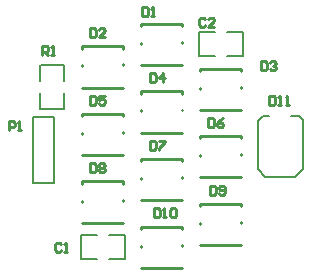
<source format=gto>
G04*
G04 #@! TF.GenerationSoftware,Altium Limited,Altium Designer,22.0.2 (36)*
G04*
G04 Layer_Color=65535*
%FSLAX25Y25*%
%MOIN*%
G70*
G04*
G04 #@! TF.SameCoordinates,235F0B19-5DBD-43E0-B588-C37A1AF42077*
G04*
G04*
G04 #@! TF.FilePolarity,Positive*
G04*
G01*
G75*
%ADD10C,0.00787*%
%ADD11C,0.01000*%
D10*
X-42913Y-12638D02*
X-35827D01*
Y9449D01*
X-42913D02*
X-35827D01*
X-42913Y-12638D02*
Y9449D01*
X43031Y9843D02*
X45535D01*
X43031D02*
X45535D01*
X46870Y8507D01*
Y-8000D02*
Y8507D01*
X44370Y-10500D02*
X46870Y-8000D01*
X34370Y-10500D02*
X44370D01*
X31870Y-8000D02*
X34370Y-10500D01*
X31870Y-8000D02*
Y8000D01*
X33713Y9843D01*
X35709D01*
X21654Y29823D02*
X26985D01*
X21654Y37823D02*
X26985D01*
X27035Y29886D02*
Y37760D01*
X12285Y29886D02*
Y37760D01*
Y29823D02*
X17717D01*
X12285Y37823D02*
X17717D01*
X-27085Y-29823D02*
X-21654D01*
X-27085Y-37823D02*
X-21654D01*
X-27085Y-37760D02*
Y-29886D01*
X-12335Y-37760D02*
Y-29886D01*
X-17717Y-29823D02*
X-12385D01*
X-17717Y-37823D02*
X-12385D01*
X-32500Y21468D02*
Y26900D01*
X-40500Y21468D02*
Y26900D01*
X-40437D02*
X-32563D01*
X-40437Y12150D02*
X-32563D01*
X-32500Y12200D02*
Y17531D01*
X-40500Y12200D02*
Y17531D01*
D11*
X-7000Y26823D02*
X6799D01*
X-7000Y33923D02*
Y34223D01*
Y40622D02*
X6799D01*
X-7000Y39823D02*
Y40622D01*
X6799Y39823D02*
Y40622D01*
X6799Y34223D02*
Y34523D01*
X-12886Y26707D02*
Y27007D01*
X-12886Y32307D02*
Y33106D01*
X-26685Y32307D02*
Y33106D01*
X-12886D01*
X-26685Y26407D02*
Y26707D01*
Y19307D02*
X-12886D01*
X12685Y11791D02*
X26484D01*
X12685Y18891D02*
Y19191D01*
Y25591D02*
X26484D01*
X12685Y24791D02*
Y25591D01*
X26484Y24791D02*
Y25591D01*
X26484Y19191D02*
Y19491D01*
X6799Y11676D02*
Y11976D01*
X6799Y17276D02*
Y18075D01*
X-7000Y17276D02*
Y18075D01*
X6799D01*
X-7000Y11376D02*
Y11676D01*
Y4276D02*
X6799D01*
X-26685Y-3240D02*
X-12886D01*
X-26685Y3860D02*
Y4160D01*
Y10559D02*
X-12886D01*
X-26685Y9760D02*
Y10559D01*
X-12886Y9760D02*
Y10559D01*
X-12886Y4160D02*
Y4460D01*
X26484Y-3238D02*
Y-2938D01*
X26484Y2362D02*
Y3161D01*
X12685Y2362D02*
Y3161D01*
X26484D01*
X12685Y-3538D02*
Y-3238D01*
Y-10638D02*
X26484D01*
X-7000Y-18276D02*
X6799D01*
X-7000Y-11176D02*
Y-10876D01*
Y-4476D02*
X6799D01*
X-7000Y-5276D02*
Y-4476D01*
X6799Y-5276D02*
Y-4476D01*
X6799Y-10876D02*
Y-10576D01*
X-12886Y-18391D02*
Y-18091D01*
X-12886Y-12791D02*
Y-11992D01*
X-26685Y-12791D02*
Y-11992D01*
X-12886D01*
X-26685Y-18691D02*
Y-18391D01*
Y-25791D02*
X-12886D01*
X12685Y-33307D02*
X26484D01*
X12685Y-26207D02*
Y-25907D01*
Y-19508D02*
X26484D01*
X12685Y-20307D02*
Y-19508D01*
X26484Y-20307D02*
Y-19508D01*
X26484Y-25907D02*
Y-25607D01*
X6799Y-33423D02*
Y-33123D01*
X6799Y-27823D02*
Y-27024D01*
X-7000Y-27823D02*
Y-27024D01*
X6799D01*
X-7000Y-33723D02*
Y-33423D01*
Y-40823D02*
X6799D01*
X14500Y42000D02*
X14000Y42500D01*
X13001D01*
X12501Y42000D01*
Y40000D01*
X13001Y39500D01*
X14000D01*
X14500Y40000D01*
X17499Y39500D02*
X15500D01*
X17499Y41500D01*
Y42000D01*
X16999Y42500D01*
X16000D01*
X15500Y42000D01*
X-39900Y30300D02*
Y33299D01*
X-38401D01*
X-37901Y32799D01*
Y31800D01*
X-38401Y31300D01*
X-39900D01*
X-38900D02*
X-37901Y30300D01*
X-36901D02*
X-35901D01*
X-36401D01*
Y33299D01*
X-36901Y32799D01*
X-50999Y5001D02*
Y7999D01*
X-49500D01*
X-49000Y7500D01*
Y6500D01*
X-49500Y6000D01*
X-50999D01*
X-48000Y5001D02*
X-47001D01*
X-47501D01*
Y7999D01*
X-48000Y7500D01*
X35751Y16499D02*
Y13500D01*
X37251D01*
X37750Y14000D01*
Y16000D01*
X37251Y16499D01*
X35751D01*
X38750Y13500D02*
X39750D01*
X39250D01*
Y16499D01*
X38750Y16000D01*
X41249Y13500D02*
X42249D01*
X41749D01*
Y16499D01*
X41249Y16000D01*
X-2749Y-21001D02*
Y-24000D01*
X-1249D01*
X-749Y-23500D01*
Y-21500D01*
X-1249Y-21001D01*
X-2749D01*
X250Y-24000D02*
X1250D01*
X750D01*
Y-21001D01*
X250Y-21500D01*
X2749D02*
X3249Y-21001D01*
X4249D01*
X4749Y-21500D01*
Y-23500D01*
X4249Y-24000D01*
X3249D01*
X2749Y-23500D01*
Y-21500D01*
X16001Y-13500D02*
Y-16499D01*
X17500D01*
X18000Y-16000D01*
Y-14000D01*
X17500Y-13500D01*
X16001D01*
X19000Y-16000D02*
X19500Y-16499D01*
X20499D01*
X20999Y-16000D01*
Y-14000D01*
X20499Y-13500D01*
X19500D01*
X19000Y-14000D01*
Y-14500D01*
X19500Y-15000D01*
X20999D01*
X-23999Y-6001D02*
Y-8999D01*
X-22500D01*
X-22000Y-8500D01*
Y-6500D01*
X-22500Y-6001D01*
X-23999D01*
X-21000Y-6500D02*
X-20500Y-6001D01*
X-19501D01*
X-19001Y-6500D01*
Y-7000D01*
X-19501Y-7500D01*
X-19001Y-8000D01*
Y-8500D01*
X-19501Y-8999D01*
X-20500D01*
X-21000Y-8500D01*
Y-8000D01*
X-20500Y-7500D01*
X-21000Y-7000D01*
Y-6500D01*
X-20500Y-7500D02*
X-19501D01*
X-3999Y1500D02*
Y-1500D01*
X-2500D01*
X-2000Y-1000D01*
Y1000D01*
X-2500Y1500D01*
X-3999D01*
X-1000D02*
X999D01*
Y1000D01*
X-1000Y-1000D01*
Y-1500D01*
X15517Y8999D02*
Y6001D01*
X17016D01*
X17516Y6500D01*
Y8500D01*
X17016Y8999D01*
X15517D01*
X20515D02*
X19515Y8500D01*
X18516Y7500D01*
Y6500D01*
X19015Y6001D01*
X20015D01*
X20515Y6500D01*
Y7000D01*
X20015Y7500D01*
X18516D01*
X-23999Y16499D02*
Y13500D01*
X-22500D01*
X-22000Y14000D01*
Y16000D01*
X-22500Y16499D01*
X-23999D01*
X-19001D02*
X-21000D01*
Y15000D01*
X-20000Y15500D01*
X-19501D01*
X-19001Y15000D01*
Y14000D01*
X-19501Y13500D01*
X-20500D01*
X-21000Y14000D01*
X-3999Y24000D02*
Y21001D01*
X-2500D01*
X-2000Y21500D01*
Y23500D01*
X-2500Y24000D01*
X-3999D01*
X499Y21001D02*
Y24000D01*
X-1000Y22500D01*
X999D01*
X33001Y27999D02*
Y25001D01*
X34500D01*
X35000Y25500D01*
Y27500D01*
X34500Y27999D01*
X33001D01*
X36000Y27500D02*
X36500Y27999D01*
X37499D01*
X37999Y27500D01*
Y27000D01*
X37499Y26500D01*
X36999D01*
X37499D01*
X37999Y26000D01*
Y25500D01*
X37499Y25001D01*
X36500D01*
X36000Y25500D01*
X-23999Y39000D02*
Y36000D01*
X-22500D01*
X-22000Y36500D01*
Y38500D01*
X-22500Y39000D01*
X-23999D01*
X-19001Y36000D02*
X-21000D01*
X-19001Y38000D01*
Y38500D01*
X-19501Y39000D01*
X-20500D01*
X-21000Y38500D01*
X-6499Y46000D02*
Y43001D01*
X-5000D01*
X-4500Y43500D01*
Y45500D01*
X-5000Y46000D01*
X-6499D01*
X-3500Y43001D02*
X-2501D01*
X-3001D01*
Y46000D01*
X-3500Y45500D01*
X-33500Y-33000D02*
X-34000Y-32500D01*
X-34999D01*
X-35499Y-33000D01*
Y-35000D01*
X-34999Y-35500D01*
X-34000D01*
X-33500Y-35000D01*
X-32500Y-35500D02*
X-31501D01*
X-32000D01*
Y-32500D01*
X-32500Y-33000D01*
M02*

</source>
